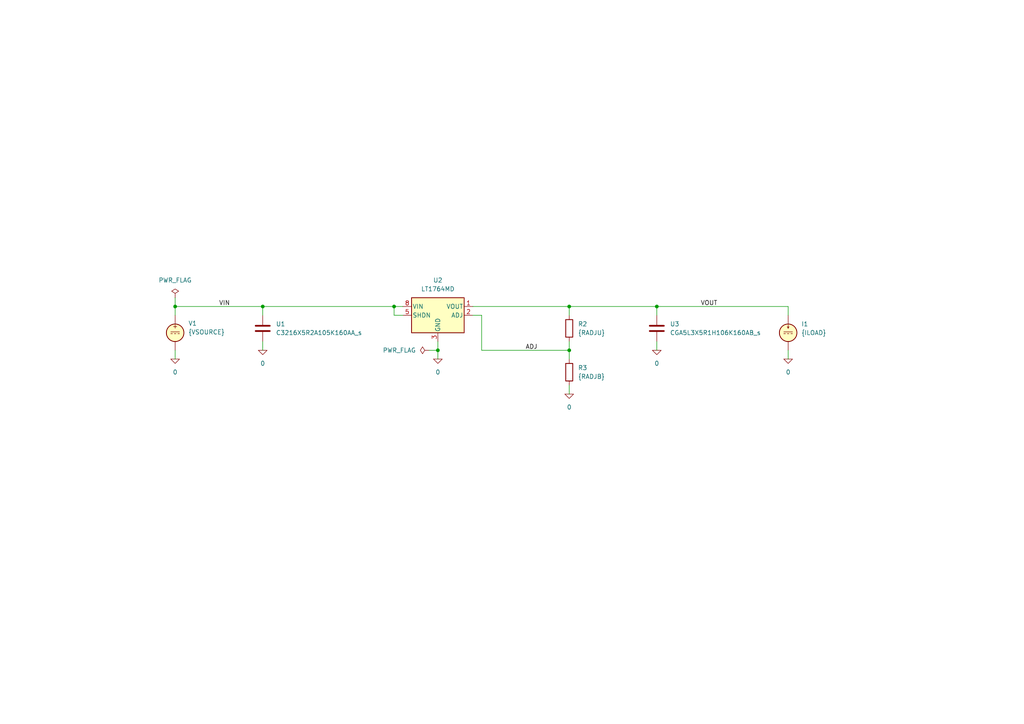
<source format=kicad_sch>
(kicad_sch
	(version 20231120)
	(generator "eeschema")
	(generator_version "8.0")
	(uuid "760fffd4-947a-434d-8104-4f9a06e0d79a")
	(paper "A4")
	(title_block
		(title "3A, Fast Transient Response, Low Noise, LDO Regulator")
		(date "2024-11-24")
		(rev "2")
		(company "astroelectronic@")
		(comment 1 "-")
		(comment 2 "-")
		(comment 3 "-")
		(comment 4 "AE01005764")
	)
	(lib_symbols
		(symbol "C_1"
			(pin_numbers hide)
			(pin_names
				(offset 0.254)
			)
			(exclude_from_sim no)
			(in_bom yes)
			(on_board yes)
			(property "Reference" "C"
				(at 0.635 2.54 0)
				(effects
					(font
						(size 1.27 1.27)
					)
					(justify left)
				)
			)
			(property "Value" "C_1"
				(at 0.635 -2.54 0)
				(effects
					(font
						(size 1.27 1.27)
					)
					(justify left)
				)
			)
			(property "Footprint" ""
				(at 0.9652 -3.81 0)
				(effects
					(font
						(size 1.27 1.27)
					)
					(hide yes)
				)
			)
			(property "Datasheet" "~"
				(at 0 0 0)
				(effects
					(font
						(size 1.27 1.27)
					)
					(hide yes)
				)
			)
			(property "Description" "Unpolarized capacitor"
				(at 0 0 0)
				(effects
					(font
						(size 1.27 1.27)
					)
					(hide yes)
				)
			)
			(property "ki_keywords" "cap capacitor"
				(at 0 0 0)
				(effects
					(font
						(size 1.27 1.27)
					)
					(hide yes)
				)
			)
			(property "ki_fp_filters" "C_*"
				(at 0 0 0)
				(effects
					(font
						(size 1.27 1.27)
					)
					(hide yes)
				)
			)
			(symbol "C_1_0_1"
				(polyline
					(pts
						(xy -2.032 -0.762) (xy 2.032 -0.762)
					)
					(stroke
						(width 0.508)
						(type default)
					)
					(fill
						(type none)
					)
				)
				(polyline
					(pts
						(xy -2.032 0.762) (xy 2.032 0.762)
					)
					(stroke
						(width 0.508)
						(type default)
					)
					(fill
						(type none)
					)
				)
			)
			(symbol "C_1_1_1"
				(pin passive line
					(at 0 3.81 270)
					(length 2.794)
					(name "~"
						(effects
							(font
								(size 1.27 1.27)
							)
						)
					)
					(number "1"
						(effects
							(font
								(size 1.27 1.27)
							)
						)
					)
				)
				(pin passive line
					(at 0 -3.81 90)
					(length 2.794)
					(name "~"
						(effects
							(font
								(size 1.27 1.27)
							)
						)
					)
					(number "2"
						(effects
							(font
								(size 1.27 1.27)
							)
						)
					)
				)
			)
		)
		(symbol "C_2"
			(pin_numbers hide)
			(pin_names
				(offset 0.254)
			)
			(exclude_from_sim no)
			(in_bom yes)
			(on_board yes)
			(property "Reference" "C"
				(at 0.635 2.54 0)
				(effects
					(font
						(size 1.27 1.27)
					)
					(justify left)
				)
			)
			(property "Value" "C_2"
				(at 0.635 -2.54 0)
				(effects
					(font
						(size 1.27 1.27)
					)
					(justify left)
				)
			)
			(property "Footprint" ""
				(at 0.9652 -3.81 0)
				(effects
					(font
						(size 1.27 1.27)
					)
					(hide yes)
				)
			)
			(property "Datasheet" "~"
				(at 0 0 0)
				(effects
					(font
						(size 1.27 1.27)
					)
					(hide yes)
				)
			)
			(property "Description" "Unpolarized capacitor"
				(at 0 0 0)
				(effects
					(font
						(size 1.27 1.27)
					)
					(hide yes)
				)
			)
			(property "ki_keywords" "cap capacitor"
				(at 0 0 0)
				(effects
					(font
						(size 1.27 1.27)
					)
					(hide yes)
				)
			)
			(property "ki_fp_filters" "C_*"
				(at 0 0 0)
				(effects
					(font
						(size 1.27 1.27)
					)
					(hide yes)
				)
			)
			(symbol "C_2_0_1"
				(polyline
					(pts
						(xy -2.032 -0.762) (xy 2.032 -0.762)
					)
					(stroke
						(width 0.508)
						(type default)
					)
					(fill
						(type none)
					)
				)
				(polyline
					(pts
						(xy -2.032 0.762) (xy 2.032 0.762)
					)
					(stroke
						(width 0.508)
						(type default)
					)
					(fill
						(type none)
					)
				)
			)
			(symbol "C_2_1_1"
				(pin passive line
					(at 0 3.81 270)
					(length 2.794)
					(name "~"
						(effects
							(font
								(size 1.27 1.27)
							)
						)
					)
					(number "1"
						(effects
							(font
								(size 1.27 1.27)
							)
						)
					)
				)
				(pin passive line
					(at 0 -3.81 90)
					(length 2.794)
					(name "~"
						(effects
							(font
								(size 1.27 1.27)
							)
						)
					)
					(number "2"
						(effects
							(font
								(size 1.27 1.27)
							)
						)
					)
				)
			)
		)
		(symbol "LT1764:0"
			(power)
			(pin_names
				(offset 0)
			)
			(exclude_from_sim no)
			(in_bom yes)
			(on_board yes)
			(property "Reference" "#GND"
				(at 0 -2.54 0)
				(effects
					(font
						(size 1.27 1.27)
					)
					(hide yes)
				)
			)
			(property "Value" "0"
				(at 0 -1.778 0)
				(effects
					(font
						(size 1.27 1.27)
					)
				)
			)
			(property "Footprint" ""
				(at 0 0 0)
				(effects
					(font
						(size 1.27 1.27)
					)
					(hide yes)
				)
			)
			(property "Datasheet" "~"
				(at 0 0 0)
				(effects
					(font
						(size 1.27 1.27)
					)
					(hide yes)
				)
			)
			(property "Description" "0V reference potential for simulation"
				(at 0 0 0)
				(effects
					(font
						(size 1.27 1.27)
					)
					(hide yes)
				)
			)
			(property "ki_keywords" "simulation"
				(at 0 0 0)
				(effects
					(font
						(size 1.27 1.27)
					)
					(hide yes)
				)
			)
			(symbol "0_0_1"
				(polyline
					(pts
						(xy -1.27 0) (xy 0 -1.27) (xy 1.27 0) (xy -1.27 0)
					)
					(stroke
						(width 0)
						(type default)
					)
					(fill
						(type none)
					)
				)
			)
			(symbol "0_1_1"
				(pin power_in line
					(at 0 0 0)
					(length 0) hide
					(name "0"
						(effects
							(font
								(size 1.016 1.016)
							)
						)
					)
					(number "1"
						(effects
							(font
								(size 1.016 1.016)
							)
						)
					)
				)
			)
		)
		(symbol "LT1764:IDC"
			(pin_numbers hide)
			(pin_names
				(offset 0.0254)
			)
			(exclude_from_sim no)
			(in_bom yes)
			(on_board yes)
			(property "Reference" "I"
				(at 2.54 2.54 0)
				(effects
					(font
						(size 1.27 1.27)
					)
					(justify left)
				)
			)
			(property "Value" "1"
				(at 2.54 0 0)
				(effects
					(font
						(size 1.27 1.27)
					)
					(justify left)
				)
			)
			(property "Footprint" ""
				(at 0 0 0)
				(effects
					(font
						(size 1.27 1.27)
					)
					(hide yes)
				)
			)
			(property "Datasheet" "~"
				(at 0 0 0)
				(effects
					(font
						(size 1.27 1.27)
					)
					(hide yes)
				)
			)
			(property "Description" "Current source, DC"
				(at 0 0 0)
				(effects
					(font
						(size 1.27 1.27)
					)
					(hide yes)
				)
			)
			(property "Sim.Pins" "1=+ 2=-"
				(at 0 0 0)
				(effects
					(font
						(size 1.27 1.27)
					)
					(hide yes)
				)
			)
			(property "Sim.Type" "DC"
				(at 0 0 0)
				(effects
					(font
						(size 1.27 1.27)
					)
					(hide yes)
				)
			)
			(property "Sim.Device" "I"
				(at 0 0 0)
				(effects
					(font
						(size 1.27 1.27)
					)
					(justify left)
					(hide yes)
				)
			)
			(property "Spice_Netlist_Enabled" "Y"
				(at 0 0 0)
				(effects
					(font
						(size 1.27 1.27)
					)
					(justify left)
					(hide yes)
				)
			)
			(property "ki_keywords" "simulation"
				(at 0 0 0)
				(effects
					(font
						(size 1.27 1.27)
					)
					(hide yes)
				)
			)
			(symbol "IDC_0_0"
				(polyline
					(pts
						(xy -1.27 0.254) (xy 1.27 0.254)
					)
					(stroke
						(width 0)
						(type default)
					)
					(fill
						(type none)
					)
				)
				(polyline
					(pts
						(xy -0.762 -0.254) (xy -1.27 -0.254)
					)
					(stroke
						(width 0)
						(type default)
					)
					(fill
						(type none)
					)
				)
				(polyline
					(pts
						(xy 0.254 -0.254) (xy -0.254 -0.254)
					)
					(stroke
						(width 0)
						(type default)
					)
					(fill
						(type none)
					)
				)
				(polyline
					(pts
						(xy 1.27 -0.254) (xy 0.762 -0.254)
					)
					(stroke
						(width 0)
						(type default)
					)
					(fill
						(type none)
					)
				)
			)
			(symbol "IDC_0_1"
				(polyline
					(pts
						(xy 0 1.27) (xy 0 2.286)
					)
					(stroke
						(width 0)
						(type default)
					)
					(fill
						(type none)
					)
				)
				(polyline
					(pts
						(xy -0.254 1.778) (xy 0 1.27) (xy 0.254 1.778)
					)
					(stroke
						(width 0)
						(type default)
					)
					(fill
						(type none)
					)
				)
				(circle
					(center 0 0)
					(radius 2.54)
					(stroke
						(width 0.254)
						(type default)
					)
					(fill
						(type background)
					)
				)
			)
			(symbol "IDC_1_1"
				(pin passive line
					(at 0 5.08 270)
					(length 2.54)
					(name "~"
						(effects
							(font
								(size 1.27 1.27)
							)
						)
					)
					(number "1"
						(effects
							(font
								(size 1.27 1.27)
							)
						)
					)
				)
				(pin passive line
					(at 0 -5.08 90)
					(length 2.54)
					(name "~"
						(effects
							(font
								(size 1.27 1.27)
							)
						)
					)
					(number "2"
						(effects
							(font
								(size 1.27 1.27)
							)
						)
					)
				)
			)
		)
		(symbol "LT1764:LT1764"
			(pin_names
				(offset 0.254)
			)
			(exclude_from_sim no)
			(in_bom yes)
			(on_board yes)
			(property "Reference" "U"
				(at -6.35 6.35 0)
				(effects
					(font
						(size 1.27 1.27)
					)
				)
			)
			(property "Value" "LT1764"
				(at 0 6.35 0)
				(effects
					(font
						(size 1.27 1.27)
					)
					(justify left)
				)
			)
			(property "Footprint" "Package_TO_SOT_SMD:TSOT-23-5"
				(at 0 8.255 0)
				(effects
					(font
						(size 1.27 1.27)
					)
					(hide yes)
				)
			)
			(property "Datasheet" "https://www.analog.com/en/products/lt1764.html"
				(at 0 0 0)
				(effects
					(font
						(size 1.27 1.27)
					)
					(hide yes)
				)
			)
			(property "Description" "3A, Fast Transient Response, Low Noise, LDO Regulators "
				(at 0 0 0)
				(effects
					(font
						(size 1.27 1.27)
					)
					(hide yes)
				)
			)
			(property "ki_keywords" "simmodel"
				(at 0 0 0)
				(effects
					(font
						(size 1.27 1.27)
					)
					(hide yes)
				)
			)
			(property "ki_fp_filters" "TSOT?23*"
				(at 0 0 0)
				(effects
					(font
						(size 1.27 1.27)
					)
					(hide yes)
				)
			)
			(symbol "LT1764_0_1"
				(rectangle
					(start -7.62 5.08)
					(end 7.62 -5.08)
					(stroke
						(width 0.254)
						(type default)
					)
					(fill
						(type background)
					)
				)
			)
			(symbol "LT1764_1_1"
				(pin passive line
					(at 10.16 2.54 180)
					(length 2.54)
					(name "VOUT"
						(effects
							(font
								(size 1.27 1.27)
							)
						)
					)
					(number "1"
						(effects
							(font
								(size 1.27 1.27)
							)
						)
					)
				)
				(pin passive line
					(at 10.16 0 180)
					(length 2.54)
					(name "ADJ"
						(effects
							(font
								(size 1.27 1.27)
							)
						)
					)
					(number "2"
						(effects
							(font
								(size 1.27 1.27)
							)
						)
					)
				)
				(pin passive line
					(at 0 -7.62 90)
					(length 2.54)
					(name "GND"
						(effects
							(font
								(size 1.27 1.27)
							)
						)
					)
					(number "3"
						(effects
							(font
								(size 1.27 1.27)
							)
						)
					)
				)
				(pin passive line
					(at -10.16 0 0)
					(length 2.54)
					(name "SHDN"
						(effects
							(font
								(size 1.27 1.27)
							)
						)
					)
					(number "5"
						(effects
							(font
								(size 1.27 1.27)
							)
						)
					)
				)
				(pin passive line
					(at -10.16 2.54 0)
					(length 2.54)
					(name "VIN"
						(effects
							(font
								(size 1.27 1.27)
							)
						)
					)
					(number "8"
						(effects
							(font
								(size 1.27 1.27)
							)
						)
					)
				)
			)
		)
		(symbol "LT1764:PWR_FLAG"
			(power)
			(pin_numbers hide)
			(pin_names
				(offset 0) hide)
			(exclude_from_sim no)
			(in_bom yes)
			(on_board yes)
			(property "Reference" "#FLG"
				(at 0 1.905 0)
				(effects
					(font
						(size 1.27 1.27)
					)
					(hide yes)
				)
			)
			(property "Value" "PWR_FLAG"
				(at 0 3.81 0)
				(effects
					(font
						(size 1.27 1.27)
					)
				)
			)
			(property "Footprint" ""
				(at 0 0 0)
				(effects
					(font
						(size 1.27 1.27)
					)
					(hide yes)
				)
			)
			(property "Datasheet" "~"
				(at 0 0 0)
				(effects
					(font
						(size 1.27 1.27)
					)
					(hide yes)
				)
			)
			(property "Description" "Special symbol for telling ERC where power comes from"
				(at 0 0 0)
				(effects
					(font
						(size 1.27 1.27)
					)
					(hide yes)
				)
			)
			(property "ki_keywords" "flag power"
				(at 0 0 0)
				(effects
					(font
						(size 1.27 1.27)
					)
					(hide yes)
				)
			)
			(symbol "PWR_FLAG_0_0"
				(pin power_out line
					(at 0 0 90)
					(length 0)
					(name "pwr"
						(effects
							(font
								(size 1.27 1.27)
							)
						)
					)
					(number "1"
						(effects
							(font
								(size 1.27 1.27)
							)
						)
					)
				)
			)
			(symbol "PWR_FLAG_0_1"
				(polyline
					(pts
						(xy 0 0) (xy 0 1.27) (xy -1.016 1.905) (xy 0 2.54) (xy 1.016 1.905) (xy 0 1.27)
					)
					(stroke
						(width 0)
						(type default)
					)
					(fill
						(type none)
					)
				)
			)
		)
		(symbol "LT1764:R"
			(pin_numbers hide)
			(pin_names
				(offset 0)
			)
			(exclude_from_sim no)
			(in_bom yes)
			(on_board yes)
			(property "Reference" "R"
				(at 2.032 0 90)
				(effects
					(font
						(size 1.27 1.27)
					)
				)
			)
			(property "Value" "R"
				(at 0 0 90)
				(effects
					(font
						(size 1.27 1.27)
					)
				)
			)
			(property "Footprint" ""
				(at -1.778 0 90)
				(effects
					(font
						(size 1.27 1.27)
					)
					(hide yes)
				)
			)
			(property "Datasheet" "~"
				(at 0 0 0)
				(effects
					(font
						(size 1.27 1.27)
					)
					(hide yes)
				)
			)
			(property "Description" "Resistor"
				(at 0 0 0)
				(effects
					(font
						(size 1.27 1.27)
					)
					(hide yes)
				)
			)
			(property "ki_keywords" "R res resistor"
				(at 0 0 0)
				(effects
					(font
						(size 1.27 1.27)
					)
					(hide yes)
				)
			)
			(property "ki_fp_filters" "R_*"
				(at 0 0 0)
				(effects
					(font
						(size 1.27 1.27)
					)
					(hide yes)
				)
			)
			(symbol "R_0_1"
				(rectangle
					(start -1.016 -2.54)
					(end 1.016 2.54)
					(stroke
						(width 0.254)
						(type default)
					)
					(fill
						(type none)
					)
				)
			)
			(symbol "R_1_1"
				(pin passive line
					(at 0 3.81 270)
					(length 1.27)
					(name "~"
						(effects
							(font
								(size 1.27 1.27)
							)
						)
					)
					(number "1"
						(effects
							(font
								(size 1.27 1.27)
							)
						)
					)
				)
				(pin passive line
					(at 0 -3.81 90)
					(length 1.27)
					(name "~"
						(effects
							(font
								(size 1.27 1.27)
							)
						)
					)
					(number "2"
						(effects
							(font
								(size 1.27 1.27)
							)
						)
					)
				)
			)
		)
		(symbol "LT1764:VDC"
			(pin_numbers hide)
			(pin_names
				(offset 0.0254)
			)
			(exclude_from_sim no)
			(in_bom yes)
			(on_board yes)
			(property "Reference" "V"
				(at 2.54 2.54 0)
				(effects
					(font
						(size 1.27 1.27)
					)
					(justify left)
				)
			)
			(property "Value" "1"
				(at 2.54 0 0)
				(effects
					(font
						(size 1.27 1.27)
					)
					(justify left)
				)
			)
			(property "Footprint" ""
				(at 0 0 0)
				(effects
					(font
						(size 1.27 1.27)
					)
					(hide yes)
				)
			)
			(property "Datasheet" "~"
				(at 0 0 0)
				(effects
					(font
						(size 1.27 1.27)
					)
					(hide yes)
				)
			)
			(property "Description" "Voltage source, DC"
				(at 0 0 0)
				(effects
					(font
						(size 1.27 1.27)
					)
					(hide yes)
				)
			)
			(property "Sim.Pins" "1=+ 2=-"
				(at 0 0 0)
				(effects
					(font
						(size 1.27 1.27)
					)
					(hide yes)
				)
			)
			(property "Sim.Type" "DC"
				(at 0 0 0)
				(effects
					(font
						(size 1.27 1.27)
					)
					(hide yes)
				)
			)
			(property "Sim.Device" "V"
				(at 0 0 0)
				(effects
					(font
						(size 1.27 1.27)
					)
					(justify left)
					(hide yes)
				)
			)
			(property "Spice_Netlist_Enabled" "Y"
				(at 0 0 0)
				(effects
					(font
						(size 1.27 1.27)
					)
					(justify left)
					(hide yes)
				)
			)
			(property "ki_keywords" "simulation"
				(at 0 0 0)
				(effects
					(font
						(size 1.27 1.27)
					)
					(hide yes)
				)
			)
			(symbol "VDC_0_0"
				(polyline
					(pts
						(xy -1.27 0.254) (xy 1.27 0.254)
					)
					(stroke
						(width 0)
						(type default)
					)
					(fill
						(type none)
					)
				)
				(polyline
					(pts
						(xy -0.762 -0.254) (xy -1.27 -0.254)
					)
					(stroke
						(width 0)
						(type default)
					)
					(fill
						(type none)
					)
				)
				(polyline
					(pts
						(xy 0.254 -0.254) (xy -0.254 -0.254)
					)
					(stroke
						(width 0)
						(type default)
					)
					(fill
						(type none)
					)
				)
				(polyline
					(pts
						(xy 1.27 -0.254) (xy 0.762 -0.254)
					)
					(stroke
						(width 0)
						(type default)
					)
					(fill
						(type none)
					)
				)
				(text "+"
					(at 0 1.905 0)
					(effects
						(font
							(size 1.27 1.27)
						)
					)
				)
			)
			(symbol "VDC_0_1"
				(circle
					(center 0 0)
					(radius 2.54)
					(stroke
						(width 0.254)
						(type default)
					)
					(fill
						(type background)
					)
				)
			)
			(symbol "VDC_1_1"
				(pin passive line
					(at 0 5.08 270)
					(length 2.54)
					(name "~"
						(effects
							(font
								(size 1.27 1.27)
							)
						)
					)
					(number "1"
						(effects
							(font
								(size 1.27 1.27)
							)
						)
					)
				)
				(pin passive line
					(at 0 -5.08 90)
					(length 2.54)
					(name "~"
						(effects
							(font
								(size 1.27 1.27)
							)
						)
					)
					(number "2"
						(effects
							(font
								(size 1.27 1.27)
							)
						)
					)
				)
			)
		)
	)
	(junction
		(at 165.1 101.6)
		(diameter 0)
		(color 0 0 0 0)
		(uuid "0e968e6a-331a-4562-8099-42060a41c718")
	)
	(junction
		(at 190.5 88.9)
		(diameter 0)
		(color 0 0 0 0)
		(uuid "11109602-1aa3-4662-aaee-cd7778ed68d3")
	)
	(junction
		(at 165.1 88.9)
		(diameter 0)
		(color 0 0 0 0)
		(uuid "42864d58-f36f-475f-827e-a50cd7d9d3a0")
	)
	(junction
		(at 114.3 88.9)
		(diameter 0)
		(color 0 0 0 0)
		(uuid "b39e8e9d-ae41-4396-83ce-97e05f76f74b")
	)
	(junction
		(at 50.8 88.9)
		(diameter 0)
		(color 0 0 0 0)
		(uuid "b8a210d7-bdf1-4456-8c25-8a82d5c7f6cf")
	)
	(junction
		(at 76.2 88.9)
		(diameter 0)
		(color 0 0 0 0)
		(uuid "d6a02af8-1190-42d4-8ada-9f6c6c253d1c")
	)
	(junction
		(at 127 101.6)
		(diameter 0)
		(color 0 0 0 0)
		(uuid "db638b4a-fca0-4113-af5b-9bc4768de372")
	)
	(wire
		(pts
			(xy 228.6 91.44) (xy 228.6 88.9)
		)
		(stroke
			(width 0)
			(type default)
		)
		(uuid "1356824a-1a49-43ac-856e-20d1d948a33f")
	)
	(wire
		(pts
			(xy 139.7 101.6) (xy 165.1 101.6)
		)
		(stroke
			(width 0)
			(type default)
		)
		(uuid "14260eb5-5d50-461b-a7e6-ee4844f4cdbf")
	)
	(wire
		(pts
			(xy 76.2 99.06) (xy 76.2 101.6)
		)
		(stroke
			(width 0)
			(type default)
		)
		(uuid "24428103-292a-4d56-b6a0-2b2cef0552a0")
	)
	(wire
		(pts
			(xy 190.5 99.06) (xy 190.5 101.6)
		)
		(stroke
			(width 0)
			(type default)
		)
		(uuid "2a8d9f39-7015-4ef9-b3b6-73b8662dda40")
	)
	(wire
		(pts
			(xy 165.1 88.9) (xy 190.5 88.9)
		)
		(stroke
			(width 0)
			(type default)
		)
		(uuid "2ce9b536-4aa0-456b-a68c-eaf45f9c02d5")
	)
	(wire
		(pts
			(xy 165.1 101.6) (xy 165.1 104.14)
		)
		(stroke
			(width 0)
			(type default)
		)
		(uuid "54e0b8b7-fac3-40c2-a28f-0b1fd9f78378")
	)
	(wire
		(pts
			(xy 127 99.06) (xy 127 101.6)
		)
		(stroke
			(width 0)
			(type default)
		)
		(uuid "5aa00d47-abc6-48c1-9c9d-2e2c7735ba12")
	)
	(wire
		(pts
			(xy 137.16 88.9) (xy 165.1 88.9)
		)
		(stroke
			(width 0)
			(type default)
		)
		(uuid "5fb48e0e-bf65-498c-aa88-08d4ed8785c1")
	)
	(wire
		(pts
			(xy 190.5 91.44) (xy 190.5 88.9)
		)
		(stroke
			(width 0)
			(type default)
		)
		(uuid "62d26abd-ba0c-4339-a528-0b145ba7bae8")
	)
	(wire
		(pts
			(xy 165.1 111.76) (xy 165.1 114.3)
		)
		(stroke
			(width 0)
			(type default)
		)
		(uuid "66d77bf9-f843-4274-8fb3-9aacf38ee482")
	)
	(wire
		(pts
			(xy 114.3 88.9) (xy 116.84 88.9)
		)
		(stroke
			(width 0)
			(type default)
		)
		(uuid "728f4d99-dd70-4017-8d73-471ab7afc576")
	)
	(wire
		(pts
			(xy 139.7 91.44) (xy 137.16 91.44)
		)
		(stroke
			(width 0)
			(type default)
		)
		(uuid "7a6a1a57-0510-46e9-bbc7-a1b708dac2f2")
	)
	(wire
		(pts
			(xy 228.6 101.6) (xy 228.6 104.14)
		)
		(stroke
			(width 0)
			(type default)
		)
		(uuid "7eec934c-6cc3-47eb-b91a-74863d77add4")
	)
	(wire
		(pts
			(xy 190.5 88.9) (xy 228.6 88.9)
		)
		(stroke
			(width 0)
			(type default)
		)
		(uuid "a77d93fd-8c8f-476d-ba10-649967172bbb")
	)
	(wire
		(pts
			(xy 116.84 91.44) (xy 114.3 91.44)
		)
		(stroke
			(width 0)
			(type default)
		)
		(uuid "ae493a04-70d8-4322-ac57-bcd6555ada5f")
	)
	(wire
		(pts
			(xy 139.7 101.6) (xy 139.7 91.44)
		)
		(stroke
			(width 0)
			(type default)
		)
		(uuid "bdcd4650-515e-48f6-8bb9-bc5bbc29ef4b")
	)
	(wire
		(pts
			(xy 50.8 88.9) (xy 76.2 88.9)
		)
		(stroke
			(width 0)
			(type default)
		)
		(uuid "be1c155e-5797-4fb6-a745-d1cc0aa3264c")
	)
	(wire
		(pts
			(xy 76.2 88.9) (xy 114.3 88.9)
		)
		(stroke
			(width 0)
			(type default)
		)
		(uuid "c0a03b20-53c0-4226-8bf9-f9dd00325717")
	)
	(wire
		(pts
			(xy 76.2 88.9) (xy 76.2 91.44)
		)
		(stroke
			(width 0)
			(type default)
		)
		(uuid "ca25e6f0-9cd2-4f65-a389-a3cfbade2b23")
	)
	(wire
		(pts
			(xy 127 101.6) (xy 124.46 101.6)
		)
		(stroke
			(width 0)
			(type default)
		)
		(uuid "cd2ecde7-a2b7-46e7-a79f-53450da65f90")
	)
	(wire
		(pts
			(xy 127 101.6) (xy 127 104.14)
		)
		(stroke
			(width 0)
			(type default)
		)
		(uuid "d1a94bdd-7134-4c78-a2d5-f25a4b0923eb")
	)
	(wire
		(pts
			(xy 165.1 88.9) (xy 165.1 91.44)
		)
		(stroke
			(width 0)
			(type default)
		)
		(uuid "d2b6b60c-8c64-4daa-b0f6-ba30cb3cf25e")
	)
	(wire
		(pts
			(xy 50.8 91.44) (xy 50.8 88.9)
		)
		(stroke
			(width 0)
			(type default)
		)
		(uuid "d2e956d2-fcf1-459e-9dd1-96352e8b6efe")
	)
	(wire
		(pts
			(xy 50.8 86.36) (xy 50.8 88.9)
		)
		(stroke
			(width 0)
			(type default)
		)
		(uuid "d4c083b6-708b-40dc-8a8d-47118ff17940")
	)
	(wire
		(pts
			(xy 165.1 99.06) (xy 165.1 101.6)
		)
		(stroke
			(width 0)
			(type default)
		)
		(uuid "d9561174-456d-4a2a-9f06-a8e41ae2ae6a")
	)
	(wire
		(pts
			(xy 50.8 101.6) (xy 50.8 104.14)
		)
		(stroke
			(width 0)
			(type default)
		)
		(uuid "e6e488de-6bbe-4325-8661-1fc9a3c093c3")
	)
	(wire
		(pts
			(xy 114.3 88.9) (xy 114.3 91.44)
		)
		(stroke
			(width 0)
			(type default)
		)
		(uuid "f9934a19-2288-4e27-bfed-a4784850ea40")
	)
	(label "VOUT"
		(at 203.2 88.9 0)
		(fields_autoplaced yes)
		(effects
			(font
				(size 1.27 1.27)
			)
			(justify left bottom)
		)
		(uuid "24762aca-e450-47b5-8e72-e7098422ca6b")
	)
	(label "ADJ"
		(at 152.4 101.6 0)
		(fields_autoplaced yes)
		(effects
			(font
				(size 1.27 1.27)
			)
			(justify left bottom)
		)
		(uuid "61c44694-0f5f-4e4c-9a99-39b6b41256af")
	)
	(label "VIN"
		(at 63.5 88.9 0)
		(fields_autoplaced yes)
		(effects
			(font
				(size 1.27 1.27)
			)
			(justify left bottom)
		)
		(uuid "ce8c0197-12fa-46ad-99d9-f8922b3114cb")
	)
	(symbol
		(lib_id "LT1764:LT1764")
		(at 127 91.44 0)
		(unit 1)
		(exclude_from_sim no)
		(in_bom yes)
		(on_board yes)
		(dnp no)
		(fields_autoplaced yes)
		(uuid "025b2a1d-6c45-44c4-acea-95b842a2fdbb")
		(property "Reference" "U2"
			(at 127 81.28 0)
			(effects
				(font
					(size 1.27 1.27)
				)
			)
		)
		(property "Value" "LT1764MD"
			(at 127 83.82 0)
			(effects
				(font
					(size 1.27 1.27)
				)
			)
		)
		(property "Footprint" "Package_TO_SOT_SMD:TSOT-23-5"
			(at 127 83.185 0)
			(effects
				(font
					(size 1.27 1.27)
				)
				(hide yes)
			)
		)
		(property "Datasheet" "https://www.analog.com/en/products/lt1764.html"
			(at 127 91.44 0)
			(effects
				(font
					(size 1.27 1.27)
				)
				(hide yes)
			)
		)
		(property "Description" ""
			(at 127 91.44 0)
			(effects
				(font
					(size 1.27 1.27)
				)
				(hide yes)
			)
		)
		(property "Sim.Device" "SUBCKT"
			(at 127 91.44 0)
			(effects
				(font
					(size 1.27 1.27)
				)
				(hide yes)
			)
		)
		(property "Sim.Pins" "1=1 2=2 3=3 5=5 8=8"
			(at 0 -10.16 0)
			(effects
				(font
					(size 1.27 1.27)
				)
				(hide yes)
			)
		)
		(property "Sim.Library" "_models\\LT1764.lib"
			(at 127 91.44 0)
			(effects
				(font
					(size 1.27 1.27)
				)
				(hide yes)
			)
		)
		(property "Sim.Name" "LT1764MD"
			(at 127 91.44 0)
			(effects
				(font
					(size 1.27 1.27)
				)
				(hide yes)
			)
		)
		(pin "1"
			(uuid "e6669084-94bb-44c1-a6ca-f70d1ad8b40d")
		)
		(pin "2"
			(uuid "e3c45716-b97b-421d-b468-9c29f3f0f7be")
		)
		(pin "3"
			(uuid "1207aed2-a585-4d96-a2ab-3e8b8d6cfb59")
		)
		(pin "5"
			(uuid "6ce10acb-a445-486b-972f-5e979f19b914")
		)
		(pin "8"
			(uuid "81ef7000-51c0-4d13-bd04-03aa9187abb7")
		)
		(instances
			(project ""
				(path "/4d882bb0-2b41-4e7a-8aa3-4f7074003785"
					(reference "U2")
					(unit 1)
				)
			)
			(project ""
				(path "/760fffd4-947a-434d-8104-4f9a06e0d79a"
					(reference "U2")
					(unit 1)
				)
			)
		)
	)
	(symbol
		(lib_id "LT1764:0")
		(at 76.2 101.6 0)
		(unit 1)
		(exclude_from_sim no)
		(in_bom yes)
		(on_board yes)
		(dnp no)
		(fields_autoplaced yes)
		(uuid "0268f42e-e91b-4228-ae8f-e4c54ec3fe40")
		(property "Reference" "#GND0106"
			(at 76.2 104.14 0)
			(effects
				(font
					(size 1.27 1.27)
				)
				(hide yes)
			)
		)
		(property "Value" "0"
			(at 76.2 105.41 0)
			(effects
				(font
					(size 1.27 1.27)
				)
			)
		)
		(property "Footprint" ""
			(at 76.2 101.6 0)
			(effects
				(font
					(size 1.27 1.27)
				)
				(hide yes)
			)
		)
		(property "Datasheet" "~"
			(at 76.2 101.6 0)
			(effects
				(font
					(size 1.27 1.27)
				)
				(hide yes)
			)
		)
		(property "Description" ""
			(at 76.2 101.6 0)
			(effects
				(font
					(size 1.27 1.27)
				)
				(hide yes)
			)
		)
		(pin "1"
			(uuid "87809094-6005-4f08-a78c-1cb4819790d4")
		)
		(instances
			(project ""
				(path "/4d882bb0-2b41-4e7a-8aa3-4f7074003785"
					(reference "#GND0106")
					(unit 1)
				)
			)
			(project ""
				(path "/760fffd4-947a-434d-8104-4f9a06e0d79a"
					(reference "#GND0106")
					(unit 1)
				)
			)
		)
	)
	(symbol
		(lib_id "LT1764:0")
		(at 50.8 104.14 0)
		(unit 1)
		(exclude_from_sim no)
		(in_bom yes)
		(on_board yes)
		(dnp no)
		(fields_autoplaced yes)
		(uuid "2636227d-dfd1-4aac-8057-54746b3d0781")
		(property "Reference" "#GND0105"
			(at 50.8 106.68 0)
			(effects
				(font
					(size 1.27 1.27)
				)
				(hide yes)
			)
		)
		(property "Value" "0"
			(at 50.8 107.95 0)
			(effects
				(font
					(size 1.27 1.27)
				)
			)
		)
		(property "Footprint" ""
			(at 50.8 104.14 0)
			(effects
				(font
					(size 1.27 1.27)
				)
				(hide yes)
			)
		)
		(property "Datasheet" "~"
			(at 50.8 104.14 0)
			(effects
				(font
					(size 1.27 1.27)
				)
				(hide yes)
			)
		)
		(property "Description" ""
			(at 50.8 104.14 0)
			(effects
				(font
					(size 1.27 1.27)
				)
				(hide yes)
			)
		)
		(pin "1"
			(uuid "f6042a3f-6901-42ff-989d-e64f26386100")
		)
		(instances
			(project ""
				(path "/4d882bb0-2b41-4e7a-8aa3-4f7074003785"
					(reference "#GND0105")
					(unit 1)
				)
			)
			(project ""
				(path "/760fffd4-947a-434d-8104-4f9a06e0d79a"
					(reference "#GND0105")
					(unit 1)
				)
			)
		)
	)
	(symbol
		(lib_name "LT1764:IDC")
		(lib_id "LT1764:IDC")
		(at 228.6 96.52 0)
		(unit 1)
		(exclude_from_sim no)
		(in_bom yes)
		(on_board yes)
		(dnp no)
		(fields_autoplaced yes)
		(uuid "298384bb-7d38-4da4-8df4-4a5870f13a7e")
		(property "Reference" "I1"
			(at 232.41 93.9799 0)
			(effects
				(font
					(size 1.27 1.27)
				)
				(justify left)
			)
		)
		(property "Value" "{ILOAD}"
			(at 232.41 96.5199 0)
			(effects
				(font
					(size 1.27 1.27)
				)
				(justify left)
			)
		)
		(property "Footprint" ""
			(at 228.6 96.52 0)
			(effects
				(font
					(size 1.27 1.27)
				)
				(hide yes)
			)
		)
		(property "Datasheet" "~"
			(at 228.6 96.52 0)
			(effects
				(font
					(size 1.27 1.27)
				)
				(hide yes)
			)
		)
		(property "Description" ""
			(at 228.6 96.52 0)
			(effects
				(font
					(size 1.27 1.27)
				)
				(hide yes)
			)
		)
		(property "Sim.Device" "SPICE"
			(at 228.6 96.52 0)
			(effects
				(font
					(size 1.27 1.27)
				)
				(justify left)
				(hide yes)
			)
		)
		(property "Sim.Params" "type=\"I\" model=\"{ILOAD}\" lib=\"\""
			(at 0 -10.16 0)
			(effects
				(font
					(size 1.27 1.27)
				)
				(hide yes)
			)
		)
		(property "Sim.Pins" "1=1 2=2"
			(at 0 -10.16 0)
			(effects
				(font
					(size 1.27 1.27)
				)
				(hide yes)
			)
		)
		(pin "1"
			(uuid "32a72a8c-2687-4119-9922-5a673c19d69c")
		)
		(pin "2"
			(uuid "079d57c3-5333-4c39-8798-a4a1eaea928b")
		)
		(instances
			(project ""
				(path "/4d882bb0-2b41-4e7a-8aa3-4f7074003785"
					(reference "I1")
					(unit 1)
				)
			)
			(project ""
				(path "/760fffd4-947a-434d-8104-4f9a06e0d79a"
					(reference "I1")
					(unit 1)
				)
			)
		)
	)
	(symbol
		(lib_id "LT1764:R")
		(at 165.1 95.25 0)
		(unit 1)
		(exclude_from_sim no)
		(in_bom yes)
		(on_board yes)
		(dnp no)
		(fields_autoplaced yes)
		(uuid "5179e288-479b-4b93-b9e7-fe29fddc8aad")
		(property "Reference" "R2"
			(at 167.64 93.9799 0)
			(effects
				(font
					(size 1.27 1.27)
				)
				(justify left)
			)
		)
		(property "Value" "{RADJU}"
			(at 167.64 96.5199 0)
			(effects
				(font
					(size 1.27 1.27)
				)
				(justify left)
			)
		)
		(property "Footprint" ""
			(at 163.322 95.25 90)
			(effects
				(font
					(size 1.27 1.27)
				)
				(hide yes)
			)
		)
		(property "Datasheet" "~"
			(at 165.1 95.25 0)
			(effects
				(font
					(size 1.27 1.27)
				)
				(hide yes)
			)
		)
		(property "Description" ""
			(at 165.1 95.25 0)
			(effects
				(font
					(size 1.27 1.27)
				)
				(hide yes)
			)
		)
		(pin "1"
			(uuid "75160e0e-ec09-455e-97e7-7d760a083bc9")
		)
		(pin "2"
			(uuid "4f80291a-1c8e-4654-b7d9-bc61f549b91b")
		)
		(instances
			(project ""
				(path "/4d882bb0-2b41-4e7a-8aa3-4f7074003785"
					(reference "R2")
					(unit 1)
				)
			)
		)
	)
	(symbol
		(lib_id "LT1764:0")
		(at 228.6 104.14 0)
		(unit 1)
		(exclude_from_sim no)
		(in_bom yes)
		(on_board yes)
		(dnp no)
		(fields_autoplaced yes)
		(uuid "88696210-2337-49e0-a868-846f60638ba6")
		(property "Reference" "#GND0102"
			(at 228.6 106.68 0)
			(effects
				(font
					(size 1.27 1.27)
				)
				(hide yes)
			)
		)
		(property "Value" "0"
			(at 228.6 107.95 0)
			(effects
				(font
					(size 1.27 1.27)
				)
			)
		)
		(property "Footprint" ""
			(at 228.6 104.14 0)
			(effects
				(font
					(size 1.27 1.27)
				)
				(hide yes)
			)
		)
		(property "Datasheet" "~"
			(at 228.6 104.14 0)
			(effects
				(font
					(size 1.27 1.27)
				)
				(hide yes)
			)
		)
		(property "Description" ""
			(at 228.6 104.14 0)
			(effects
				(font
					(size 1.27 1.27)
				)
				(hide yes)
			)
		)
		(pin "1"
			(uuid "3cade351-21d9-4845-8a9e-625ec023cc55")
		)
		(instances
			(project ""
				(path "/4d882bb0-2b41-4e7a-8aa3-4f7074003785"
					(reference "#GND0102")
					(unit 1)
				)
			)
			(project ""
				(path "/760fffd4-947a-434d-8104-4f9a06e0d79a"
					(reference "#GND0102")
					(unit 1)
				)
			)
		)
	)
	(symbol
		(lib_id "LT1764:PWR_FLAG")
		(at 124.46 101.6 90)
		(unit 1)
		(exclude_from_sim no)
		(in_bom yes)
		(on_board yes)
		(dnp no)
		(fields_autoplaced yes)
		(uuid "91e4f036-2f34-4b1f-8ea4-8ab8111a0c38")
		(property "Reference" "#FLG02"
			(at 122.555 101.6 0)
			(effects
				(font
					(size 1.27 1.27)
				)
				(hide yes)
			)
		)
		(property "Value" "PWR_FLAG"
			(at 120.65 101.5999 90)
			(effects
				(font
					(size 1.27 1.27)
				)
				(justify left)
			)
		)
		(property "Footprint" ""
			(at 124.46 101.6 0)
			(effects
				(font
					(size 1.27 1.27)
				)
				(hide yes)
			)
		)
		(property "Datasheet" "~"
			(at 124.46 101.6 0)
			(effects
				(font
					(size 1.27 1.27)
				)
				(hide yes)
			)
		)
		(property "Description" ""
			(at 124.46 101.6 0)
			(effects
				(font
					(size 1.27 1.27)
				)
				(hide yes)
			)
		)
		(pin "1"
			(uuid "24b57ba5-7f01-46a1-9acf-01152a44b808")
		)
		(instances
			(project ""
				(path "/4d882bb0-2b41-4e7a-8aa3-4f7074003785"
					(reference "#FLG02")
					(unit 1)
				)
			)
			(project ""
				(path "/760fffd4-947a-434d-8104-4f9a06e0d79a"
					(reference "#FLG02")
					(unit 1)
				)
			)
		)
	)
	(symbol
		(lib_id "LT1764:0")
		(at 165.1 114.3 0)
		(unit 1)
		(exclude_from_sim no)
		(in_bom yes)
		(on_board yes)
		(dnp no)
		(fields_autoplaced yes)
		(uuid "b05f9074-b445-4550-9208-ce8c0e549e16")
		(property "Reference" "#GND01"
			(at 165.1 116.84 0)
			(effects
				(font
					(size 1.27 1.27)
				)
				(hide yes)
			)
		)
		(property "Value" "0"
			(at 165.1 118.11 0)
			(effects
				(font
					(size 1.27 1.27)
				)
			)
		)
		(property "Footprint" ""
			(at 165.1 114.3 0)
			(effects
				(font
					(size 1.27 1.27)
				)
				(hide yes)
			)
		)
		(property "Datasheet" "~"
			(at 165.1 114.3 0)
			(effects
				(font
					(size 1.27 1.27)
				)
				(hide yes)
			)
		)
		(property "Description" ""
			(at 165.1 114.3 0)
			(effects
				(font
					(size 1.27 1.27)
				)
				(hide yes)
			)
		)
		(pin "1"
			(uuid "084f9f8f-e52c-4f13-8829-b509f4efeaa8")
		)
		(instances
			(project ""
				(path "/4d882bb0-2b41-4e7a-8aa3-4f7074003785"
					(reference "#GND01")
					(unit 1)
				)
			)
			(project ""
				(path "/760fffd4-947a-434d-8104-4f9a06e0d79a"
					(reference "#GND01")
					(unit 1)
				)
			)
		)
	)
	(symbol
		(lib_id "LT1764:R")
		(at 165.1 107.95 0)
		(unit 1)
		(exclude_from_sim no)
		(in_bom yes)
		(on_board yes)
		(dnp no)
		(fields_autoplaced yes)
		(uuid "bb33fd3d-f3b1-4002-aec2-c28d2fe5ee94")
		(property "Reference" "R3"
			(at 167.64 106.6799 0)
			(effects
				(font
					(size 1.27 1.27)
				)
				(justify left)
			)
		)
		(property "Value" "{RADJB}"
			(at 167.64 109.2199 0)
			(effects
				(font
					(size 1.27 1.27)
				)
				(justify left)
			)
		)
		(property "Footprint" ""
			(at 163.322 107.95 90)
			(effects
				(font
					(size 1.27 1.27)
				)
				(hide yes)
			)
		)
		(property "Datasheet" "~"
			(at 165.1 107.95 0)
			(effects
				(font
					(size 1.27 1.27)
				)
				(hide yes)
			)
		)
		(property "Description" ""
			(at 165.1 107.95 0)
			(effects
				(font
					(size 1.27 1.27)
				)
				(hide yes)
			)
		)
		(pin "1"
			(uuid "a1132fed-617d-4dc8-8a7e-1bd09af13475")
		)
		(pin "2"
			(uuid "3db95581-d8d1-40e7-85d0-dc714b66ec26")
		)
		(instances
			(project ""
				(path "/4d882bb0-2b41-4e7a-8aa3-4f7074003785"
					(reference "R3")
					(unit 1)
				)
			)
		)
	)
	(symbol
		(lib_id "LT1764:0")
		(at 127 104.14 0)
		(unit 1)
		(exclude_from_sim no)
		(in_bom yes)
		(on_board yes)
		(dnp no)
		(fields_autoplaced yes)
		(uuid "ca00b8cb-82c6-4e39-aef0-5aa9c7125143")
		(property "Reference" "#GND0104"
			(at 127 106.68 0)
			(effects
				(font
					(size 1.27 1.27)
				)
				(hide yes)
			)
		)
		(property "Value" "0"
			(at 127 107.95 0)
			(effects
				(font
					(size 1.27 1.27)
				)
			)
		)
		(property "Footprint" ""
			(at 127 104.14 0)
			(effects
				(font
					(size 1.27 1.27)
				)
				(hide yes)
			)
		)
		(property "Datasheet" "~"
			(at 127 104.14 0)
			(effects
				(font
					(size 1.27 1.27)
				)
				(hide yes)
			)
		)
		(property "Description" ""
			(at 127 104.14 0)
			(effects
				(font
					(size 1.27 1.27)
				)
				(hide yes)
			)
		)
		(pin "1"
			(uuid "e2176f4e-b1df-4cf9-9201-f9e49451cf28")
		)
		(instances
			(project ""
				(path "/4d882bb0-2b41-4e7a-8aa3-4f7074003785"
					(reference "#GND0104")
					(unit 1)
				)
			)
			(project ""
				(path "/760fffd4-947a-434d-8104-4f9a06e0d79a"
					(reference "#GND0104")
					(unit 1)
				)
			)
		)
	)
	(symbol
		(lib_name "C_1")
		(lib_id "LT1764:C_1")
		(at 190.5 95.25 0)
		(unit 1)
		(exclude_from_sim no)
		(in_bom yes)
		(on_board yes)
		(dnp no)
		(fields_autoplaced yes)
		(uuid "ca4e33ea-f1af-4f32-af7b-7ca71fd4b6e8")
		(property "Reference" "U3"
			(at 194.31 93.9799 0)
			(effects
				(font
					(size 1.27 1.27)
				)
				(justify left)
			)
		)
		(property "Value" "CGA5L3X5R1H106K160AB_s"
			(at 194.31 96.5199 0)
			(effects
				(font
					(size 1.27 1.27)
				)
				(justify left)
			)
		)
		(property "Footprint" ""
			(at 191.4652 99.06 0)
			(effects
				(font
					(size 1.27 1.27)
				)
				(hide yes)
			)
		)
		(property "Datasheet" "~"
			(at 190.5 95.25 0)
			(effects
				(font
					(size 1.27 1.27)
				)
				(hide yes)
			)
		)
		(property "Description" ""
			(at 190.5 95.25 0)
			(effects
				(font
					(size 1.27 1.27)
				)
				(hide yes)
			)
		)
		(property "Sim.Device" "SUBCKT"
			(at 190.5 95.25 0)
			(effects
				(font
					(size 1.27 1.27)
				)
				(hide yes)
			)
		)
		(property "Sim.Pins" "1=n1 2=n2"
			(at 0 -10.16 0)
			(effects
				(font
					(size 1.27 1.27)
				)
				(hide yes)
			)
		)
		(property "Sim.Library" "_models\\CGA5L3X5R1H106K160AB_s.mod"
			(at 190.5 95.25 0)
			(effects
				(font
					(size 1.27 1.27)
				)
				(hide yes)
			)
		)
		(property "Sim.Name" "CGA5L3X5R1H106K160AB_s"
			(at 190.5 95.25 0)
			(effects
				(font
					(size 1.27 1.27)
				)
				(hide yes)
			)
		)
		(pin "1"
			(uuid "fc9fd457-6032-44fe-9d79-d3060e6539af")
		)
		(pin "2"
			(uuid "95e0d935-97fa-4866-9c22-7b59c6b002c4")
		)
		(instances
			(project ""
				(path "/4d882bb0-2b41-4e7a-8aa3-4f7074003785"
					(reference "U3")
					(unit 1)
				)
			)
			(project ""
				(path "/760fffd4-947a-434d-8104-4f9a06e0d79a"
					(reference "U3")
					(unit 1)
				)
			)
		)
	)
	(symbol
		(lib_id "LT1764:0")
		(at 190.5 101.6 0)
		(unit 1)
		(exclude_from_sim no)
		(in_bom yes)
		(on_board yes)
		(dnp no)
		(fields_autoplaced yes)
		(uuid "cef154e8-0aac-4ac9-b070-00e82061b100")
		(property "Reference" "#GND0101"
			(at 190.5 104.14 0)
			(effects
				(font
					(size 1.27 1.27)
				)
				(hide yes)
			)
		)
		(property "Value" "0"
			(at 190.5 105.41 0)
			(effects
				(font
					(size 1.27 1.27)
				)
			)
		)
		(property "Footprint" ""
			(at 190.5 101.6 0)
			(effects
				(font
					(size 1.27 1.27)
				)
				(hide yes)
			)
		)
		(property "Datasheet" "~"
			(at 190.5 101.6 0)
			(effects
				(font
					(size 1.27 1.27)
				)
				(hide yes)
			)
		)
		(property "Description" ""
			(at 190.5 101.6 0)
			(effects
				(font
					(size 1.27 1.27)
				)
				(hide yes)
			)
		)
		(pin "1"
			(uuid "3d59f652-89a8-40ea-a4d2-265c07a83b2f")
		)
		(instances
			(project ""
				(path "/4d882bb0-2b41-4e7a-8aa3-4f7074003785"
					(reference "#GND0101")
					(unit 1)
				)
			)
			(project ""
				(path "/760fffd4-947a-434d-8104-4f9a06e0d79a"
					(reference "#GND0101")
					(unit 1)
				)
			)
		)
	)
	(symbol
		(lib_name "LT1764:VDC")
		(lib_id "LT1764:VDC")
		(at 50.8 96.52 0)
		(unit 1)
		(exclude_from_sim no)
		(in_bom yes)
		(on_board yes)
		(dnp no)
		(fields_autoplaced yes)
		(uuid "d4e4382f-6a58-4af7-83c8-7a4c17776f04")
		(property "Reference" "V1"
			(at 54.61 93.7901 0)
			(effects
				(font
					(size 1.27 1.27)
				)
				(justify left)
			)
		)
		(property "Value" "{VSOURCE}"
			(at 54.61 96.3301 0)
			(effects
				(font
					(size 1.27 1.27)
				)
				(justify left)
			)
		)
		(property "Footprint" ""
			(at 50.8 96.52 0)
			(effects
				(font
					(size 1.27 1.27)
				)
				(hide yes)
			)
		)
		(property "Datasheet" "~"
			(at 50.8 96.52 0)
			(effects
				(font
					(size 1.27 1.27)
				)
				(hide yes)
			)
		)
		(property "Description" ""
			(at 50.8 96.52 0)
			(effects
				(font
					(size 1.27 1.27)
				)
				(hide yes)
			)
		)
		(property "Sim.Device" "SPICE"
			(at 50.8 96.52 0)
			(effects
				(font
					(size 1.27 1.27)
				)
				(justify left)
				(hide yes)
			)
		)
		(property "Sim.Params" "type=\"V\" model=\"{VSOURCE}\" lib=\"\""
			(at 0 -10.16 0)
			(effects
				(font
					(size 1.27 1.27)
				)
				(hide yes)
			)
		)
		(property "Sim.Pins" "1=1 2=2"
			(at 0 -10.16 0)
			(effects
				(font
					(size 1.27 1.27)
				)
				(hide yes)
			)
		)
		(pin "1"
			(uuid "52f65080-6718-408b-97eb-e1fee1be57a4")
		)
		(pin "2"
			(uuid "9d2a87f4-2e16-4f88-a8e9-3194bdd8fbca")
		)
		(instances
			(project ""
				(path "/4d882bb0-2b41-4e7a-8aa3-4f7074003785"
					(reference "V1")
					(unit 1)
				)
			)
			(project ""
				(path "/760fffd4-947a-434d-8104-4f9a06e0d79a"
					(reference "V1")
					(unit 1)
				)
			)
		)
	)
	(symbol
		(lib_id "LT1764:PWR_FLAG")
		(at 50.8 86.36 0)
		(unit 1)
		(exclude_from_sim no)
		(in_bom yes)
		(on_board yes)
		(dnp no)
		(fields_autoplaced yes)
		(uuid "da96c7af-d84c-4600-b926-e49390dab6c9")
		(property "Reference" "#FLG01"
			(at 50.8 84.455 0)
			(effects
				(font
					(size 1.27 1.27)
				)
				(hide yes)
			)
		)
		(property "Value" "PWR_FLAG"
			(at 50.8 81.28 0)
			(effects
				(font
					(size 1.27 1.27)
				)
			)
		)
		(property "Footprint" ""
			(at 50.8 86.36 0)
			(effects
				(font
					(size 1.27 1.27)
				)
				(hide yes)
			)
		)
		(property "Datasheet" "~"
			(at 50.8 86.36 0)
			(effects
				(font
					(size 1.27 1.27)
				)
				(hide yes)
			)
		)
		(property "Description" ""
			(at 50.8 86.36 0)
			(effects
				(font
					(size 1.27 1.27)
				)
				(hide yes)
			)
		)
		(pin "1"
			(uuid "f0cfcd9f-1b1c-4387-976d-318d5eb9afac")
		)
		(instances
			(project ""
				(path "/4d882bb0-2b41-4e7a-8aa3-4f7074003785"
					(reference "#FLG01")
					(unit 1)
				)
			)
			(project ""
				(path "/760fffd4-947a-434d-8104-4f9a06e0d79a"
					(reference "#FLG01")
					(unit 1)
				)
			)
		)
	)
	(symbol
		(lib_name "C_2")
		(lib_id "LT1764:C_2")
		(at 76.2 95.25 0)
		(unit 1)
		(exclude_from_sim no)
		(in_bom yes)
		(on_board yes)
		(dnp no)
		(fields_autoplaced yes)
		(uuid "e09d8dd9-00a5-4e43-bd5e-e905314a3ff4")
		(property "Reference" "U1"
			(at 80.01 93.9799 0)
			(effects
				(font
					(size 1.27 1.27)
				)
				(justify left)
			)
		)
		(property "Value" "C3216X5R2A105K160AA_s"
			(at 80.01 96.5199 0)
			(effects
				(font
					(size 1.27 1.27)
				)
				(justify left)
			)
		)
		(property "Footprint" ""
			(at 77.1652 99.06 0)
			(effects
				(font
					(size 1.27 1.27)
				)
				(hide yes)
			)
		)
		(property "Datasheet" "~"
			(at 76.2 95.25 0)
			(effects
				(font
					(size 1.27 1.27)
				)
				(hide yes)
			)
		)
		(property "Description" ""
			(at 76.2 95.25 0)
			(effects
				(font
					(size 1.27 1.27)
				)
				(hide yes)
			)
		)
		(property "Sim.Device" "SUBCKT"
			(at 76.2 95.25 0)
			(effects
				(font
					(size 1.27 1.27)
				)
				(hide yes)
			)
		)
		(property "Sim.Pins" "1=n1 2=n2"
			(at 0 -10.16 0)
			(effects
				(font
					(size 1.27 1.27)
				)
				(hide yes)
			)
		)
		(property "Sim.Library" "_models\\C3216X5R2A105K160AA_s.mod"
			(at 76.2 95.25 0)
			(effects
				(font
					(size 1.27 1.27)
				)
				(hide yes)
			)
		)
		(property "Sim.Name" "C3216X5R2A105K160AA_s"
			(at 76.2 95.25 0)
			(effects
				(font
					(size 1.27 1.27)
				)
				(hide yes)
			)
		)
		(pin "1"
			(uuid "a4dabcb5-741b-4cbf-8a46-2984be6a0d1d")
		)
		(pin "2"
			(uuid "7b020a18-5e71-47d4-abe9-37db2d1440c1")
		)
		(instances
			(project ""
				(path "/4d882bb0-2b41-4e7a-8aa3-4f7074003785"
					(reference "U1")
					(unit 1)
				)
			)
			(project ""
				(path "/760fffd4-947a-434d-8104-4f9a06e0d79a"
					(reference "U1")
					(unit 1)
				)
			)
		)
	)
	(sheet_instances
		(path "/"
			(page "1")
		)
	)
)

</source>
